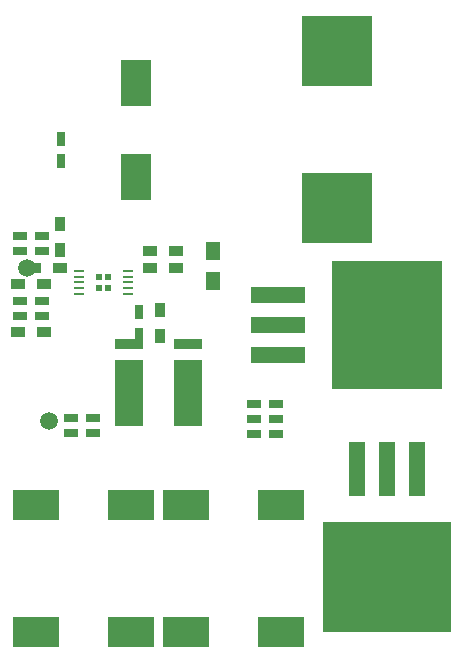
<source format=gtp>
G04 #@! TF.FileFunction,Paste,Top*
%FSLAX46Y46*%
G04 Gerber Fmt 4.6, Leading zero omitted, Abs format (unit mm)*
G04 Created by KiCad (PCBNEW 4.0.6) date Sun Feb 11 00:43:15 2018*
%MOMM*%
%LPD*%
G01*
G04 APERTURE LIST*
%ADD10C,0.100000*%
%ADD11R,6.000000X6.000000*%
%ADD12R,4.000000X2.500000*%
%ADD13R,2.440000X5.600000*%
%ADD14R,2.440000X0.890000*%
%ADD15R,2.500000X4.000000*%
%ADD16R,1.200000X0.750000*%
%ADD17R,0.750000X1.200000*%
%ADD18R,1.250000X1.500000*%
%ADD19R,1.390000X4.600000*%
%ADD20R,10.800000X9.400000*%
%ADD21R,4.600000X1.390000*%
%ADD22R,9.400000X10.800000*%
%ADD23R,1.200000X0.900000*%
%ADD24R,0.900000X1.200000*%
%ADD25C,1.500000*%
%ADD26R,0.890000X0.270000*%
%ADD27R,0.504000X0.564000*%
G04 APERTURE END LIST*
D10*
D11*
X80518000Y-33944000D03*
X80518000Y-47244000D03*
D12*
X55055000Y-83185000D03*
X63055000Y-83185000D03*
D13*
X62925000Y-62932000D03*
X67885000Y-62932000D03*
D14*
X62925000Y-58797000D03*
X67885000Y-58797000D03*
D15*
X63500000Y-36640000D03*
X63500000Y-44640000D03*
D12*
X75755000Y-83185000D03*
X67755000Y-83185000D03*
X55055000Y-72390000D03*
X63055000Y-72390000D03*
X75755000Y-72390000D03*
X67755000Y-72390000D03*
D16*
X55560000Y-56388000D03*
X53660000Y-56388000D03*
D17*
X63754000Y-56085000D03*
X63754000Y-57985000D03*
D16*
X55560000Y-50927000D03*
X53660000Y-50927000D03*
D18*
X69977000Y-53427000D03*
X69977000Y-50927000D03*
D16*
X55560000Y-49657000D03*
X53660000Y-49657000D03*
X55560000Y-55118000D03*
X53660000Y-55118000D03*
X57978000Y-65024000D03*
X59878000Y-65024000D03*
X75372000Y-63881000D03*
X73472000Y-63881000D03*
X57978000Y-66294000D03*
X59878000Y-66294000D03*
X75372000Y-65151000D03*
X73472000Y-65151000D03*
X75372000Y-66421000D03*
X73472000Y-66421000D03*
D17*
X57150000Y-41402000D03*
X57150000Y-43302000D03*
D19*
X84709000Y-69326000D03*
D20*
X84709000Y-78486000D03*
D19*
X82169000Y-69326000D03*
X87249000Y-69326000D03*
D21*
X75549000Y-57150000D03*
D22*
X84709000Y-57150000D03*
D21*
X75549000Y-59690000D03*
X75549000Y-54610000D03*
D23*
X64643000Y-52324000D03*
X66843000Y-52324000D03*
X66843000Y-50927000D03*
X64643000Y-50927000D03*
X54823000Y-52324000D03*
X57023000Y-52324000D03*
D24*
X65532000Y-58111000D03*
X65532000Y-55911000D03*
D23*
X55710000Y-57785000D03*
X53510000Y-57785000D03*
X55710000Y-53721000D03*
X53510000Y-53721000D03*
D24*
X57023000Y-50800000D03*
X57023000Y-48600000D03*
D25*
X54229000Y-52324000D03*
X56134000Y-65278000D03*
D26*
X58640000Y-52556000D03*
X58640000Y-53056000D03*
X58640000Y-53556000D03*
X58640000Y-54056000D03*
X58640000Y-54556000D03*
X62850000Y-54556000D03*
X62850000Y-54056000D03*
X62850000Y-53556000D03*
X62850000Y-53056000D03*
X62850000Y-52556000D03*
D27*
X61165000Y-54026000D03*
X61165000Y-53086000D03*
X60325000Y-54026000D03*
X60325000Y-53086000D03*
M02*

</source>
